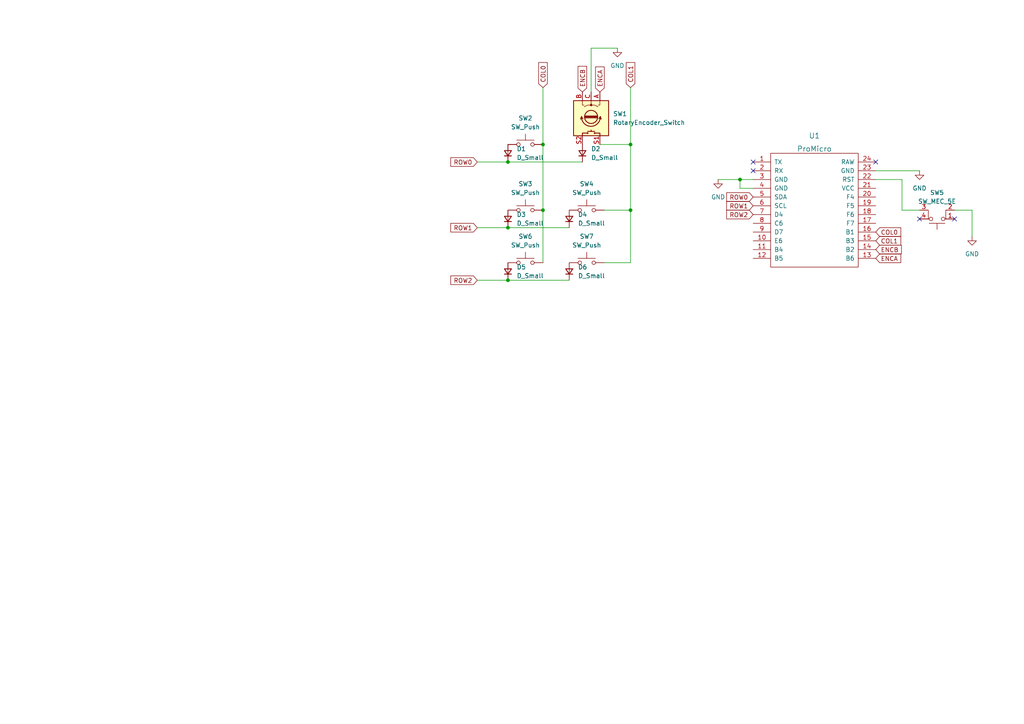
<source format=kicad_sch>
(kicad_sch (version 20211123) (generator eeschema)
  (paper "A4")
  (lib_symbols
    (symbol "Device:D_Small" (pin_numbers hide) (pin_names (offset 0.254) hide)
      (property "Reference" "D" (at -1.27 2.032 0))
      (property "Value" "D_Small" (at -3.81 -2.032 0))
      (symbol "D_Small_0_1"
        (polyline (pts (xy -0.762 -1.016) (xy -0.762 1.016)) (stroke (width 0.254)))
        (polyline (pts (xy -0.762 0) (xy 0.762 0)))
        (polyline (pts (xy 0.762 -1.016) (xy -0.762 0) (xy 0.762 1.016) (xy 0.762 -1.016)) (stroke (width 0.254)))
      )
      (symbol "D_Small_1_1"
        (pin passive line (at -2.54 0 0) (length 1.778) (name "K") (number "1"))
        (pin passive line (at 2.54 0 180) (length 1.778) (name "A") (number "2"))
      )
    )
    (symbol "Device:RotaryEncoder_Switch" (pin_names (offset 0.254) hide)
      (property "Reference" "SW" (at 0 6.604 0))
      (property "Value" "RotaryEncoder_Switch" (at 0 -6.604 0))
      (symbol "RotaryEncoder_Switch_0_1"
        (rectangle (start -5.08 5.08) (end 5.08 -5.08) (stroke (width 0.254)) (fill (type background)))
        (circle (center -3.81 0) (radius 0.254) (fill (type outline)))
        (arc (start -0.381 -2.794) (mid 2.3622 -0.0508) (end -0.381 2.667) (stroke (width 0.254)))
        (circle (center -0.381 0) (radius 1.905) (stroke (width 0.254)))
        (polyline (pts (xy -0.635 -1.778) (xy -0.635 1.778)) (stroke (width 0.254)))
        (polyline (pts (xy -0.381 -1.778) (xy -0.381 1.778)) (stroke (width 0.254)))
        (polyline (pts (xy -0.127 1.778) (xy -0.127 -1.778)) (stroke (width 0.254)))
        (polyline (pts (xy 3.81 0) (xy 3.429 0)) (stroke (width 0.254)))
        (polyline (pts (xy 3.81 1.016) (xy 3.81 -1.016)) (stroke (width 0.254)))
        (polyline (pts (xy -5.08 -2.54) (xy -3.81 -2.54) (xy -3.81 -2.032)))
        (polyline (pts (xy -5.08 2.54) (xy -3.81 2.54) (xy -3.81 2.032)))
        (polyline (pts (xy 0.254 -3.048) (xy -0.508 -2.794) (xy 0.127 -2.413)) (stroke (width 0.254)))
        (polyline (pts (xy 0.254 2.921) (xy -0.508 2.667) (xy 0.127 2.286)) (stroke (width 0.254)))
        (polyline (pts (xy 5.08 -2.54) (xy 4.318 -2.54) (xy 4.318 -1.016)) (stroke (width 0.254)))
        (polyline (pts (xy 5.08 2.54) (xy 4.318 2.54) (xy 4.318 1.016)) (stroke (width 0.254)))
        (polyline (pts (xy -5.08 0) (xy -3.81 0) (xy -3.81 -1.016) (xy -3.302 -2.032)))
        (polyline (pts (xy -4.318 0) (xy -3.81 0) (xy -3.81 1.016) (xy -3.302 2.032)))
        (circle (center 4.318 -1.016) (radius 0.127) (stroke (width 0.254)))
        (circle (center 4.318 1.016) (radius 0.127) (stroke (width 0.254)))
      )
      (symbol "RotaryEncoder_Switch_1_1"
        (pin passive line (at -7.62 2.54 0) (length 2.54) (name "A") (number "A"))
        (pin passive line (at -7.62 -2.54 0) (length 2.54) (name "B") (number "B"))
        (pin passive line (at -7.62 0 0) (length 2.54) (name "C") (number "C"))
        (pin passive line (at 7.62 2.54 180) (length 2.54) (name "S1") (number "S1"))
        (pin passive line (at 7.62 -2.54 180) (length 2.54) (name "S2") (number "S2"))
      )
    )
    (symbol "Switch:SW_MEC_5E" (pin_names (offset 1.016) hide)
      (property "Reference" "SW" (at 0.635 5.715 0))
      (property "Value" "SW_MEC_5E" (at 0 -3.175 0))
      (symbol "SW_MEC_5E_0_1"
        (circle (center -1.778 2.54) (radius 0.508))
        (polyline (pts (xy -2.286 3.81) (xy 2.286 3.81)))
        (polyline (pts (xy 0 3.81) (xy 0 5.588)))
        (polyline (pts (xy -2.54 0) (xy -2.54 2.54) (xy -2.286 2.54)))
        (polyline (pts (xy 2.54 0) (xy 2.54 2.54) (xy 2.286 2.54)))
        (circle (center 1.778 2.54) (radius 0.508))
        (pin passive line (at -5.08 2.54 0) (length 2.54) (name "1") (number "1"))
        (pin passive line (at -5.08 0 0) (length 2.54) (name "2") (number "2"))
        (pin passive line (at 5.08 0 180) (length 2.54) (name "K") (number "3"))
        (pin passive line (at 5.08 2.54 180) (length 2.54) (name "A") (number "4"))
      )
    )
    (symbol "Switch:SW_Push" (pin_numbers hide) (pin_names (offset 1.016) hide)
      (property "Reference" "SW" (at 1.27 2.54 0))
      (property "Value" "SW_Push" (at 0 -1.524 0))
      (symbol "SW_Push_0_1"
        (circle (center -2.032 0) (radius 0.508))
        (polyline (pts (xy 0 1.27) (xy 0 3.048)))
        (polyline (pts (xy 2.54 1.27) (xy -2.54 1.27)))
        (circle (center 2.032 0) (radius 0.508))
        (pin passive line (at -5.08 0 0) (length 2.54) (name "1") (number "1"))
        (pin passive line (at 5.08 0 180) (length 2.54) (name "2") (number "2"))
      )
    )
    (symbol "power:GND" (power) (pin_names (offset 0))
      (property "Value" "GND" (at 0 -3.81 0))
      (symbol "GND_0_1"
        (polyline (pts (xy 0 0) (xy 0 -1.27) (xy 1.27 -1.27) (xy 0 -2.54) (xy -1.27 -1.27) (xy 0 -1.27)))
      )
      (symbol "GND_1_1"
        (pin power_in line (at 0 0 270) (length 0) hide (name "GND") (number "1"))
      )
    )
    (symbol "promicro:ProMicro" (pin_names (offset 1.016))
      (property "Reference" "U" (at 0 24.13 0))
      (property "Value" "ProMicro" (at 0 -13.97 0))
      (symbol "ProMicro_0_1"
        (rectangle (start -12.7 21.59) (end 12.7 -11.43))
      )
      (symbol "ProMicro_1_1"
        (pin bidirectional line (at -17.78 19.05 0) (length 5.08) (name "TX") (number "1"))
        (pin bidirectional line (at -17.78 -3.81 0) (length 5.08) (name "E6") (number "10"))
        (pin bidirectional line (at -17.78 -6.35 0) (length 5.08) (name "B4") (number "11"))
        (pin bidirectional line (at -17.78 -8.89 0) (length 5.08) (name "B5") (number "12"))
        (pin bidirectional line (at 17.78 -8.89 180) (length 5.08) (name "B6") (number "13"))
        (pin bidirectional line (at 17.78 -6.35 180) (length 5.08) (name "B2") (number "14"))
        (pin bidirectional line (at 17.78 -3.81 180) (length 5.08) (name "B3") (number "15"))
        (pin bidirectional line (at 17.78 -1.27 180) (length 5.08) (name "B1") (number "16"))
        (pin bidirectional line (at 17.78 1.27 180) (length 5.08) (name "F7") (number "17"))
        (pin bidirectional line (at 17.78 3.81 180) (length 5.08) (name "F6") (number "18"))
        (pin bidirectional line (at 17.78 6.35 180) (length 5.08) (name "F5") (number "19"))
        (pin bidirectional line (at -17.78 16.51 0) (length 5.08) (name "RX") (number "2"))
        (pin bidirectional line (at 17.78 8.89 180) (length 5.08) (name "F4") (number "20"))
        (pin power_in line (at 17.78 11.43 180) (length 5.08) (name "VCC") (number "21"))
        (pin input line (at 17.78 13.97 180) (length 5.08) (name "RST") (number "22"))
        (pin power_in line (at 17.78 16.51 180) (length 5.08) (name "GND") (number "23"))
        (pin power_out line (at 17.78 19.05 180) (length 5.08) (name "RAW") (number "24"))
        (pin power_in line (at -17.78 13.97 0) (length 5.08) (name "GND") (number "3"))
        (pin power_in line (at -17.78 11.43 0) (length 5.08) (name "GND") (number "4"))
        (pin bidirectional line (at -17.78 8.89 0) (length 5.08) (name "SDA") (number "5"))
        (pin bidirectional line (at -17.78 6.35 0) (length 5.08) (name "SCL") (number "6"))
        (pin bidirectional line (at -17.78 3.81 0) (length 5.08) (name "D4") (number "7"))
        (pin bidirectional line (at -17.78 1.27 0) (length 5.08) (name "C6") (number "8"))
        (pin bidirectional line (at -17.78 -1.27 0) (length 5.08) (name "D7") (number "9"))
      )
    )
  )
  (junction (at 182.88 60.96))
  (junction (at 147.32 46.99))
  (junction (at 147.32 66.04))
  (junction (at 214.63 52.07))
  (junction (at 157.48 60.96))
  (junction (at 157.48 41.91))
  (junction (at 182.88 41.91))
  (junction (at 147.32 81.28))
  (no_connect (at 218.44 49.53))
  (no_connect (at 254 46.99))
  (no_connect (at 276.86 63.5))
  (no_connect (at 266.7 63.5))
  (no_connect (at 218.44 46.99))
  (wire (pts (xy 171.45 13.97) (xy 179.07 13.97)))
  (wire (pts (xy 175.26 60.96) (xy 182.88 60.96)))
  (wire (pts (xy 214.63 54.61) (xy 214.63 52.07)))
  (wire (pts (xy 182.88 60.96) (xy 182.88 41.91)))
  (wire (pts (xy 254 52.07) (xy 261.62 52.07)))
  (wire (pts (xy 261.62 60.96) (xy 266.7 60.96)))
  (wire (pts (xy 138.43 66.04) (xy 147.32 66.04)))
  (wire (pts (xy 171.45 26.67) (xy 171.45 13.97)))
  (wire (pts (xy 138.43 81.28) (xy 147.32 81.28)))
  (wire (pts (xy 157.48 60.96) (xy 157.48 76.2)))
  (wire (pts (xy 147.32 81.28) (xy 165.1 81.28)))
  (wire (pts (xy 182.88 25.4) (xy 182.88 41.91)))
  (wire (pts (xy 182.88 76.2) (xy 182.88 60.96)))
  (wire (pts (xy 208.28 52.07) (xy 214.63 52.07)))
  (wire (pts (xy 173.99 41.91) (xy 182.88 41.91)))
  (wire (pts (xy 276.86 60.96) (xy 281.94 60.96)))
  (wire (pts (xy 281.94 60.96) (xy 281.94 68.58)))
  (wire (pts (xy 214.63 52.07) (xy 218.44 52.07)))
  (wire (pts (xy 138.43 46.99) (xy 147.32 46.99)))
  (wire (pts (xy 157.48 25.4) (xy 157.48 41.91)))
  (wire (pts (xy 218.44 54.61) (xy 214.63 54.61)))
  (wire (pts (xy 254 49.53) (xy 266.7 49.53)))
  (wire (pts (xy 147.32 66.04) (xy 165.1 66.04)))
  (wire (pts (xy 261.62 52.07) (xy 261.62 60.96)))
  (wire (pts (xy 147.32 46.99) (xy 168.91 46.99)))
  (wire (pts (xy 157.48 41.91) (xy 157.48 60.96)))
  (wire (pts (xy 175.26 76.2) (xy 182.88 76.2)))
  (global_label "ENCA" (shape input) (at 254 74.93 0) (property "Intersheet References" "${INTERSHEET_REFS}" (effects hide)))
  (global_label "ENCA" (shape input) (at 173.99 26.67 90) (property "Intersheet References" "${INTERSHEET_REFS}" (effects hide)))
  (global_label "ROW0" (shape input) (at 218.44 57.15 180) (property "Intersheet References" "${INTERSHEET_REFS}" (effects hide)))
  (global_label "ENCB" (shape input) (at 254 72.39 0) (property "Intersheet References" "${INTERSHEET_REFS}" (effects hide)))
  (global_label "ROW0" (shape input) (at 138.43 46.99 180) (property "Intersheet References" "${INTERSHEET_REFS}" (effects hide)))
  (global_label "COL1" (shape input) (at 182.88 25.4 90) (property "Intersheet References" "${INTERSHEET_REFS}" (effects hide)))
  (global_label "COL0" (shape input) (at 157.48 25.4 90) (property "Intersheet References" "${INTERSHEET_REFS}" (effects hide)))
  (global_label "ROW2" (shape input) (at 218.44 62.23 180) (property "Intersheet References" "${INTERSHEET_REFS}" (effects hide)))
  (global_label "ROW1" (shape input) (at 218.44 59.69 180) (property "Intersheet References" "${INTERSHEET_REFS}" (effects hide)))
  (global_label "COL0" (shape input) (at 254 67.31 0) (property "Intersheet References" "${INTERSHEET_REFS}" (effects hide)))
  (global_label "ROW2" (shape input) (at 138.43 81.28 180) (property "Intersheet References" "${INTERSHEET_REFS}" (effects hide)))
  (global_label "ENCB" (shape input) (at 168.91 26.67 90) (property "Intersheet References" "${INTERSHEET_REFS}" (effects hide)))
  (global_label "ROW1" (shape input) (at 138.43 66.04 180) (property "Intersheet References" "${INTERSHEET_REFS}" (effects hide)))
  (global_label "COL1" (shape input) (at 254 69.85 0) (property "Intersheet References" "${INTERSHEET_REFS}" (effects hide)))
  (symbol (lib_id "Switch:SW_MEC_5E") (at 271.78 60.96 180) (unit 1)
    (property "Reference" "SW5" (at 271.78 55.88 0))
    (property "Value" "SW_MEC_5E" (at 271.78 58.42 0))
    (property "Footprint" "random-keyboard-parts:PushButton_6x6mm_TH" (effects hide))
    (property "Datasheet" "http://www.apem.com/int/index.php?controller=attachment&id_attachment=1371" (effects hide))
  )
  (symbol (lib_id "power:GND") (at 266.7 49.53 0) (unit 1)
    (property "Reference" "#PWR02" (effects hide))
    (property "Value" "GND" (at 266.7 54.61 0))
  )
  (symbol (lib_id "power:GND") (at 208.28 52.07 0) (unit 1)
    (property "Reference" "#PWR03" (effects hide))
    (property "Value" "GND" (at 208.28 57.15 0))
  )
  (symbol (lib_id "Switch:SW_Push") (at 170.18 60.96 0) (unit 1)
    (property "Reference" "SW4" (at 170.18 53.34 0))
    (property "Value" "SW_Push" (at 170.18 55.88 0))
    (property "Footprint" "MX_Alps_Hybrid:MX-1U-NoLED" (effects hide))
  )
  (symbol (lib_id "Device:D_Small") (at 147.32 78.74 90) (unit 1)
    (property "Reference" "D5" (at 149.86 77.4699 90) (effects (justify right)))
    (property "Value" "D_Small" (at 149.86 80.0099 90) (effects (justify right)))
    (property "Footprint" "Diode_SMD:D_SOD-123" (effects hide))
  )
  (symbol (lib_id "Device:D_Small") (at 165.1 78.74 90) (unit 1)
    (property "Reference" "D6" (at 167.64 77.4699 90) (effects (justify right)))
    (property "Value" "D_Small" (at 167.64 80.0099 90) (effects (justify right)))
    (property "Footprint" "Diode_SMD:D_SOD-123" (effects hide))
  )
  (symbol (lib_id "Device:D_Small") (at 168.91 44.45 90) (unit 1)
    (property "Reference" "D2" (at 171.45 43.1799 90) (effects (justify right)))
    (property "Value" "D_Small" (at 171.45 45.7199 90) (effects (justify right)))
    (property "Footprint" "Diode_SMD:D_SOD-123" (effects hide))
  )
  (symbol (lib_id "Switch:SW_Push") (at 152.4 76.2 0) (unit 1)
    (property "Reference" "SW6" (at 152.4 68.58 0))
    (property "Value" "SW_Push" (at 152.4 71.12 0))
    (property "Footprint" "MX_Alps_Hybrid:MX-1U-NoLED" (effects hide))
  )
  (symbol (lib_id "Device:D_Small") (at 147.32 63.5 90) (unit 1)
    (property "Reference" "D3" (at 149.86 62.2299 90) (effects (justify right)))
    (property "Value" "D_Small" (at 149.86 64.7699 90) (effects (justify right)))
    (property "Footprint" "Diode_SMD:D_SOD-123" (effects hide))
  )
  (symbol (lib_id "Device:D_Small") (at 165.1 63.5 90) (unit 1)
    (property "Reference" "D4" (at 167.64 62.2299 90) (effects (justify right)))
    (property "Value" "D_Small" (at 167.64 64.7699 90) (effects (justify right)))
    (property "Footprint" "Diode_SMD:D_SOD-123" (effects hide))
  )
  (symbol (lib_id "Device:RotaryEncoder_Switch") (at 171.45 34.29 270) (unit 1)
    (property "Reference" "SW1" (at 177.8 33.0199 90) (effects (justify left)))
    (property "Value" "RotaryEncoder_Switch" (at 177.8 35.5599 90) (effects (justify left)))
    (property "Footprint" "Rotary_Encoder:RotaryEncoder_Alps_EC11E-Switch_Vertical_H20mm" (effects hide))
  )
  (symbol (lib_id "power:GND") (at 281.94 68.58 0) (unit 1)
    (property "Reference" "#PWR04" (effects hide))
    (property "Value" "GND" (at 281.94 73.66 0))
  )
  (symbol (lib_id "Switch:SW_Push") (at 152.4 41.91 0) (unit 1)
    (property "Reference" "SW2" (at 152.4 34.29 0))
    (property "Value" "SW_Push" (at 152.4 36.83 0))
    (property "Footprint" "MX_Alps_Hybrid:MX-1U-NoLED" (effects hide))
  )
  (symbol (lib_id "Switch:SW_Push") (at 152.4 60.96 0) (unit 1)
    (property "Reference" "SW3" (at 152.4 53.34 0))
    (property "Value" "SW_Push" (at 152.4 55.88 0))
    (property "Footprint" "MX_Alps_Hybrid:MX-1U-NoLED" (effects hide))
  )
  (symbol (lib_id "power:GND") (at 179.07 13.97 0) (unit 1)
    (property "Reference" "#PWR01" (effects hide))
    (property "Value" "GND" (at 179.07 19.05 0))
  )
  (symbol (lib_id "Device:D_Small") (at 147.32 44.45 90) (unit 1)
    (property "Reference" "D1" (at 149.86 43.1799 90) (effects (justify right)))
    (property "Value" "D_Small" (at 149.86 45.7199 90) (effects (justify right)))
    (property "Footprint" "Diode_SMD:D_SOD-123" (effects hide))
  )
  (symbol (lib_id "Switch:SW_Push") (at 170.18 76.2 0) (unit 1)
    (property "Reference" "SW7" (at 170.18 68.58 0))
    (property "Value" "SW_Push" (at 170.18 71.12 0))
    (property "Footprint" "MX_Alps_Hybrid:MX-1U-NoLED" (effects hide))
  )
  (symbol (lib_id "promicro:ProMicro") (at 236.22 66.04 0) (unit 1)
    (property "Reference" "U1" (at 236.22 39.37 0) (effects (font (size 1.524 1.524))))
    (property "Value" "ProMicro" (at 236.22 43.18 0) (effects (font (size 1.524 1.524))))
    (property "Footprint" "promicro:ProMicro" (effects hide))
  )
)
</source>
